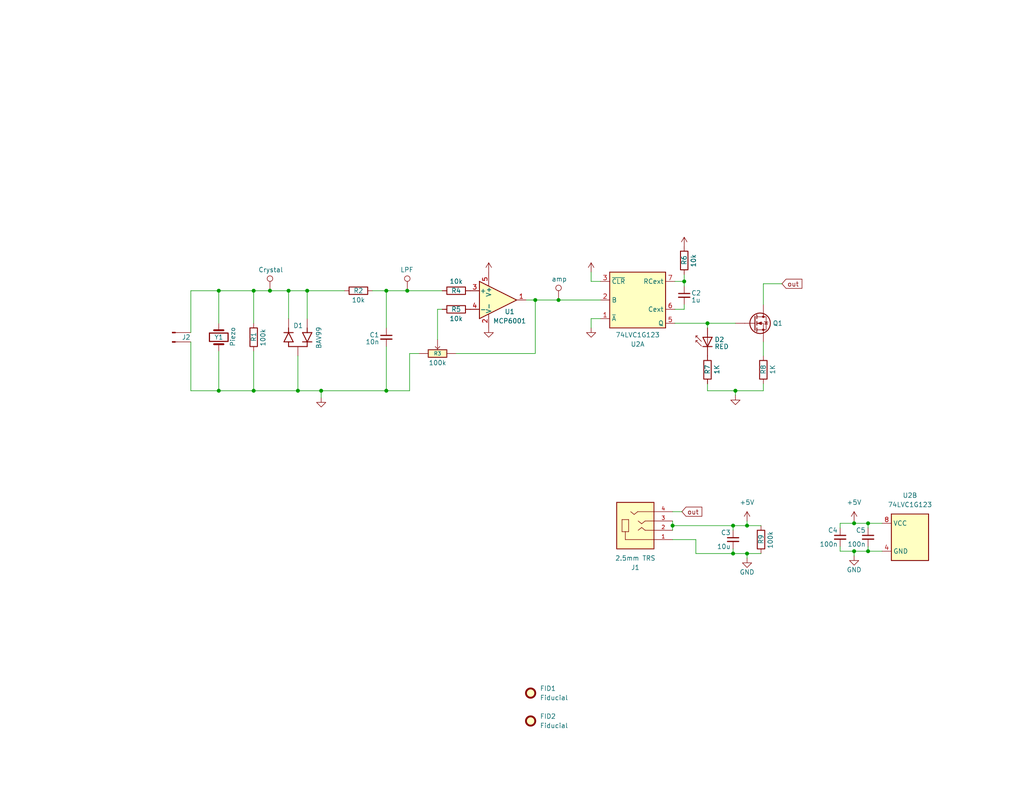
<source format=kicad_sch>
(kicad_sch (version 20230121) (generator eeschema)
  (paper "USLetter")
  (title_block (title "ShakeFinder - ReelSlow8 Vibration Sensor") (date "2023-11-02") (rev "v1") (comment 1 "See last paragraph of §4.1.2 in MCP6001 datasheet re: R4 & R5.  Vin+ goes below Vss.") (comment 3 "(R8 is just cheap over-current protection.)") (comment 4 "Output is open drain.  Use with ≥50k pull-up, like most MCUs have built-in."))
  (lib_symbols
    (symbol "Amplifier_Operational:MCP6001-OT" (pin_names (offset 0.127))
      (property "Reference" "U" (at -1.27 6.35 0))
      (property "Value" "MCP6001-OT" (at -1.27 3.81 0))
      (symbol "MCP6001-OT_0_1"
        (polyline (pts (xy -5.08 5.08) (xy 5.08 0) (xy -5.08 -5.08) (xy -5.08 5.08)) (stroke (width 0.254)) (fill (type background)))
        (pin power_in line (at -2.54 -7.62 90) (length 3.81) (name "V-") (number "2"))
        (pin power_in line (at -2.54 7.62 270) (length 3.81) (name "V+") (number "5"))
      )
      (symbol "MCP6001-OT_1_1"
        (pin output line (at 7.62 0 180) (length 2.54) (name "~") (number "1"))
        (pin input line (at -7.62 2.54 0) (length 2.54) (name "+") (number "3"))
        (pin input line (at -7.62 -2.54 0) (length 2.54) (name "-") (number "4"))
      )
    )
    (symbol "BAV99:BAV99" (pin_numbers hide) (pin_names (offset 1.016))
      (property "Reference" "D" (at -5.08 5.08 0))
      (property "Value" "BAV99" (at -5.08 -7.62 0))
      (symbol "BAV99_0_0"
        (polyline (pts (xy -2.54 2.54) (xy -1.27 2.54)) (stroke (width 0.254)))
        (polyline (pts (xy -1.27 -3.81) (xy -1.27 -2.54)) (stroke (width 0.254)))
        (polyline (pts (xy -1.27 -2.54) (xy -2.54 -2.54)) (stroke (width 0.254)))
        (polyline (pts (xy -1.27 -2.54) (xy -1.27 -1.27)) (stroke (width 0.254)))
        (polyline (pts (xy -1.27 -2.54) (xy 1.27 -3.81)) (stroke (width 0.254)))
        (polyline (pts (xy -1.27 1.27) (xy 1.27 2.54)) (stroke (width 0.254)))
        (polyline (pts (xy -1.27 2.54) (xy -1.27 1.27)) (stroke (width 0.254)))
        (polyline (pts (xy -1.27 3.81) (xy -1.27 2.54)) (stroke (width 0.254)))
        (polyline (pts (xy 1.27 -3.81) (xy 1.27 -2.54)) (stroke (width 0.254)))
        (polyline (pts (xy 1.27 -2.54) (xy 1.27 -1.27)) (stroke (width 0.254)))
        (polyline (pts (xy 1.27 -1.27) (xy -1.27 -2.54)) (stroke (width 0.254)))
        (polyline (pts (xy 1.27 2.54) (xy -1.27 3.81)) (stroke (width 0.254)))
        (polyline (pts (xy 1.27 2.54) (xy 1.27 1.27)) (stroke (width 0.254)))
        (polyline (pts (xy 1.27 2.54) (xy 2.54 2.54)) (stroke (width 0.254)))
        (polyline (pts (xy 1.27 3.81) (xy 1.27 2.54)) (stroke (width 0.254)))
        (polyline (pts (xy 2.54 -2.54) (xy 1.27 -2.54)) (stroke (width 0.254)))
        (polyline (pts (xy 2.54 2.54) (xy 2.54 -2.54)) (stroke (width 0.254)))
        (pin passive line (at -5.08 2.54 0) (length 2.54) (name "~") (number "1"))
        (pin passive line (at -5.08 -2.54 0) (length 2.54) (name "~") (number "2"))
        (pin passive line (at 5.08 0 180) (length 2.54) (name "~") (number "3"))
      )
    )
    (symbol "Bournes PTV09A4020UB104:PTV09A-4020U-B104" (pin_numbers hide)
      (property "Reference" "R" (at 7.62 6.35 0))
      (property "Value" "PTV09A-4020U-B104" (at 7.62 4.445 0))
      (symbol "PTV09A-4020U-B104_0_1"
        (polyline (pts (xy 4.445 1.905) (xy 5.08 1.27) (xy 5.715 1.905)))
      )
      (symbol "PTV09A-4020U-B104_1_1"
        (rectangle (start 2.54 1.016) (end 7.62 -1.016) (stroke (width 0.254)) (fill (type background)))
        (pin passive line (at 0 0 0) (length 2.54) (name "~") (number "1"))
        (pin passive line (at 5.08 3.81 270) (length 2.54) (name "~") (number "2"))
        (pin passive line (at 10.16 0 180) (length 2.54) (name "~") (number "3"))
      )
    )
    (symbol "Connector:Conn_01x02_Pin" (pin_numbers hide) (pin_names (offset 1.016) hide)
      (property "Reference" "J" (at 0 2.54 0))
      (property "Value" "Conn_01x02_Pin" (at 0 -5.08 0))
      (symbol "Conn_01x02_Pin_1_1"
        (polyline (pts (xy 1.27 -2.54) (xy 0.8636 -2.54)) (stroke (width 0.1524)))
        (polyline (pts (xy 1.27 0) (xy 0.8636 0)) (stroke (width 0.1524)))
        (rectangle (start 0.8636 -2.413) (end 0 -2.667) (stroke (width 0.1524)) (fill (type outline)))
        (rectangle (start 0.8636 0.127) (end 0 -0.127) (stroke (width 0.1524)) (fill (type outline)))
        (pin passive line (at 5.08 0 180) (length 3.81) (name "Pin_1") (number "1"))
        (pin passive line (at 5.08 -2.54 180) (length 3.81) (name "Pin_2") (number "2"))
      )
    )
    (symbol "Connector:TestPoint" (pin_numbers hide) (pin_names (offset 0.762) hide)
      (property "Reference" "TP" (at 0 6.858 0))
      (property "Value" "TestPoint" (at 0 5.08 0))
      (symbol "TestPoint_0_1"
        (circle (center 0 3.302) (radius 0.762))
      )
      (symbol "TestPoint_1_1"
        (pin passive line (at 0 0 90) (length 2.54) (name "1") (number "1"))
      )
    )
    (symbol "Device:C_Small" (pin_numbers hide) (pin_names (offset 0.254) hide)
      (property "Reference" "C" (at 0.254 1.778 0))
      (property "Value" "C_Small" (at 0.254 -2.032 0))
      (symbol "C_Small_0_1"
        (polyline (pts (xy -1.524 -0.508) (xy 1.524 -0.508)) (stroke (width 0.3302)))
        (polyline (pts (xy -1.524 0.508) (xy 1.524 0.508)) (stroke (width 0.3048)))
      )
      (symbol "C_Small_1_1"
        (pin passive line (at 0 2.54 270) (length 2.032) (name "~") (number "1"))
        (pin passive line (at 0 -2.54 90) (length 2.032) (name "~") (number "2"))
      )
    )
    (symbol "Device:Crystal" (pin_numbers hide) (pin_names (offset 1.016) hide)
      (property "Reference" "Y" (at 0 3.81 0))
      (property "Value" "Crystal" (at 0 -3.81 0))
      (symbol "Crystal_0_1"
        (rectangle (start -1.143 2.54) (end 1.143 -2.54) (stroke (width 0.3048)))
        (polyline (pts (xy -2.54 0) (xy -1.905 0)))
        (polyline (pts (xy -1.905 -1.27) (xy -1.905 1.27)) (stroke (width 0.508)))
        (polyline (pts (xy 1.905 -1.27) (xy 1.905 1.27)) (stroke (width 0.508)))
        (polyline (pts (xy 2.54 0) (xy 1.905 0)))
      )
      (symbol "Crystal_1_1"
        (pin passive line (at -3.81 0 0) (length 1.27) (name "1") (number "1"))
        (pin passive line (at 3.81 0 180) (length 1.27) (name "2") (number "2"))
      )
    )
    (symbol "Device:R" (pin_numbers hide) (pin_names (offset 0))
      (property "Reference" "R" (at 2.032 0 90))
      (property "Value" "R" (at 0 0 90))
      (symbol "R_0_1"
        (rectangle (start -1.016 -2.54) (end 1.016 2.54) (stroke (width 0.254)))
      )
      (symbol "R_1_1"
        (pin passive line (at 0 3.81 270) (length 1.27) (name "~") (number "1"))
        (pin passive line (at 0 -3.81 90) (length 1.27) (name "~") (number "2"))
      )
    )
    (symbol "LED:LD271" (pin_numbers hide) (pin_names (offset 1.016) hide)
      (property "Reference" "D" (at 0.508 1.778 0))
      (property "Value" "LD271" (at -1.016 -2.794 0))
      (symbol "LD271_0_1"
        (polyline (pts (xy -2.54 1.27) (xy -2.54 -1.27)) (stroke (width 0.254)))
        (polyline (pts (xy 0 0) (xy -2.54 0)))
        (polyline (pts (xy 0.381 3.175) (xy -0.127 3.175)))
        (polyline (pts (xy -1.143 1.651) (xy 0.381 3.175) (xy 0.381 2.667)))
        (polyline (pts (xy 0 -1.27) (xy -2.54 0) (xy 0 1.27) (xy 0 -1.27)) (stroke (width 0.254)))
        (polyline (pts (xy -2.413 1.651) (xy -0.889 3.175) (xy -0.889 2.667) (xy -0.889 3.175) (xy -1.397 3.175)))
      )
      (symbol "LD271_1_1"
        (pin passive line (at -5.08 0 0) (length 2.54) (name "K") (number "1"))
        (pin passive line (at 2.54 0 180) (length 2.54) (name "A") (number "2"))
      )
    )
    (symbol "Mechanical:Fiducial"
      (property "Reference" "FID" (at 0 5.08 0))
      (property "Value" "Fiducial" (at 0 3.175 0))
      (symbol "Fiducial_0_1"
        (circle (center 0 0) (radius 1.27) (stroke (width 0.508)) (fill (type background)))
      )
    )
    (symbol "SJ1-2503A:SJ1-2503A" (pin_names (offset 1.016) hide)
      (property "Reference" "J" (at -5.08 8.1534 0))
      (property "Value" "SJ1-2503A" (at -5.08 -7.112 0))
      (symbol "SJ1-2503A_0_0"
        (rectangle (start -5.08 -5.08) (end 5.08 7.62) (stroke (width 0.254)) (fill (type background)))
        (polyline (pts (xy -3.6322 -0.381) (xy -3.6322 2.921)) (stroke (width 0.1524)))
        (polyline (pts (xy -3.6322 2.921) (xy -2.7432 2.921)) (stroke (width 0.1524)))
        (polyline (pts (xy -2.7432 2.921) (xy -1.8288 2.921)) (stroke (width 0.1524)))
        (polyline (pts (xy -2.7432 5.08) (xy -2.7432 2.921)) (stroke (width 0.1524)))
        (polyline (pts (xy -1.8288 -0.381) (xy -3.6322 -0.381)) (stroke (width 0.1524)))
        (polyline (pts (xy -1.8288 2.921) (xy -1.8288 -0.381)) (stroke (width 0.1524)))
        (polyline (pts (xy -0.3302 -1.778) (xy -1.27 -2.54)) (stroke (width 0.1524)))
        (polyline (pts (xy 0.635 -2.54) (xy -0.3302 -1.778)) (stroke (width 0.1524)))
        (polyline (pts (xy 1.7272 0.762) (xy 0.762 0)) (stroke (width 0.1524)))
        (polyline (pts (xy 1.7272 1.778) (xy 0.762 2.54)) (stroke (width 0.1524)))
        (polyline (pts (xy 2.667 0) (xy 1.7272 0.762)) (stroke (width 0.1524)))
        (polyline (pts (xy 2.667 2.54) (xy 1.7272 1.778)) (stroke (width 0.1524)))
        (polyline (pts (xy 4.953 -2.54) (xy 0.635 -2.54)) (stroke (width 0.1524)))
        (polyline (pts (xy 4.953 0) (xy 2.667 0)) (stroke (width 0.1524)))
        (polyline (pts (xy 5.08 2.54) (xy 2.667 2.54)) (stroke (width 0.1524)))
        (polyline (pts (xy 5.08 5.08) (xy -2.7432 5.08)) (stroke (width 0.1524)))
        (pin passive line (at 10.16 5.08 180) (length 5.08) (name "~") (number "1"))
        (pin passive line (at 10.16 2.54 180) (length 5.08) (name "~") (number "2"))
        (pin passive line (at 10.16 0 180) (length 5.08) (name "~") (number "3"))
        (pin passive line (at 10.16 -2.54 180) (length 5.08) (name "~") (number "4"))
      )
    )
    (symbol "Transistor_FET:DMN2041L" (pin_numbers hide) (pin_names hide)
      (property "Reference" "Q" (at 5.08 1.905 0))
      (property "Value" "DMN2041L" (at 5.08 0 0))
      (symbol "DMN2041L_0_1"
        (polyline (pts (xy 0.254 0) (xy -2.54 0)))
        (polyline (pts (xy 0.254 1.905) (xy 0.254 -1.905)) (stroke (width 0.254)))
        (polyline (pts (xy 0.762 -1.27) (xy 0.762 -2.286)) (stroke (width 0.254)))
        (polyline (pts (xy 0.762 0.508) (xy 0.762 -0.508)) (stroke (width 0.254)))
        (polyline (pts (xy 0.762 2.286) (xy 0.762 1.27)) (stroke (width 0.254)))
        (polyline (pts (xy 2.54 2.54) (xy 2.54 1.778)))
        (polyline (pts (xy 2.54 -2.54) (xy 2.54 0) (xy 0.762 0)))
        (polyline (pts (xy 0.762 -1.778) (xy 3.302 -1.778) (xy 3.302 1.778) (xy 0.762 1.778)))
        (polyline (pts (xy 1.016 0) (xy 2.032 0.381) (xy 2.032 -0.381) (xy 1.016 0)) (fill (type outline)))
        (polyline (pts (xy 2.794 0.508) (xy 2.921 0.381) (xy 3.683 0.381) (xy 3.81 0.254)))
        (polyline (pts (xy 3.302 0.381) (xy 2.921 -0.254) (xy 3.683 -0.254) (xy 3.302 0.381)))
        (circle (center 1.651 0) (radius 2.794) (stroke (width 0.254)))
        (circle (center 2.54 -1.778) (radius 0.254) (fill (type outline)))
        (circle (center 2.54 1.778) (radius 0.254) (fill (type outline)))
      )
      (symbol "DMN2041L_1_1"
        (pin input line (at -5.08 0 0) (length 2.54) (name "G") (number "1"))
        (pin passive line (at 2.54 -5.08 90) (length 2.54) (name "S") (number "2"))
        (pin passive line (at 2.54 5.08 270) (length 2.54) (name "D") (number "3"))
      )
    )
    (symbol "npiegdon:74LVC1G123"
      (property "Reference" "U" (at 0 11.43 0))
      (property "Value" "74LVC1G123" (at -6.35 8.89 0))
      (symbol "74LVC1G123_1_1"
        (rectangle (start -7.62 7.62) (end 7.62 -7.62) (stroke (width 0.254)) (fill (type background)))
        (pin input line (at -10.16 -5.08 0) (length 2.54) (name "~{A}") (number "1"))
        (pin input line (at -10.16 0 0) (length 2.54) (name "B") (number "2"))
        (pin input line (at -10.16 5.08 0) (length 2.54) (name "~{CLR}") (number "3"))
        (pin output line (at 10.16 -6.35 180) (length 2.54) (name "Q") (number "5"))
        (pin input line (at 10.16 -2.54 180) (length 2.54) (name "Cext") (number "6"))
        (pin input line (at 10.16 5.08 180) (length 2.54) (name "RCext") (number "7"))
      )
      (symbol "74LVC1G123_2_1"
        (rectangle (start -5.08 6.35) (end 5.08 -6.35) (stroke (width 0.254)) (fill (type background)))
        (pin power_in line (at 7.62 -3.81 180) (length 2.54) (name "GND") (number "4"))
        (pin power_in line (at 7.62 3.81 180) (length 2.54) (name "VCC") (number "8"))
      )
    )
    (symbol "power:+5V" (power) (pin_names (offset 0))
      (property "Value" "+5V" (at 0 3.556 0))
      (symbol "+5V_0_1"
        (polyline (pts (xy -0.762 1.27) (xy 0 2.54)))
        (polyline (pts (xy 0 0) (xy 0 2.54)))
        (polyline (pts (xy 0 2.54) (xy 0.762 1.27)))
      )
      (symbol "+5V_1_1"
        (pin power_in line (at 0 0 90) (length 0) hide (name "+5V") (number "1"))
      )
    )
    (symbol "power:GND" (power) (pin_names (offset 0))
      (property "Value" "GND" (at 0 -3.81 0))
      (symbol "GND_0_1"
        (polyline (pts (xy 0 0) (xy 0 -1.27) (xy 1.27 -1.27) (xy 0 -2.54) (xy -1.27 -1.27) (xy 0 -1.27)))
      )
      (symbol "GND_1_1"
        (pin power_in line (at 0 0 270) (length 0) hide (name "GND") (number "1"))
      )
    )
  )
  (junction (at 152.4 81.915))
  (junction (at 69.215 106.68))
  (junction (at 111.125 79.375))
  (junction (at 186.69 76.835))
  (junction (at 146.05 81.915))
  (junction (at 236.855 142.875))
  (junction (at 203.835 151.13))
  (junction (at 59.69 106.68))
  (junction (at 87.63 106.68))
  (junction (at 200.66 106.68))
  (junction (at 203.835 143.51))
  (junction (at 233.045 142.875))
  (junction (at 233.045 150.495))
  (junction (at 183.515 143.51))
  (junction (at 81.28 106.68))
  (junction (at 193.04 88.265))
  (junction (at 200.025 143.51))
  (junction (at 69.215 79.375))
  (junction (at 105.41 79.375))
  (junction (at 73.66 79.375))
  (junction (at 236.855 150.495))
  (junction (at 83.82 79.375))
  (junction (at 78.74 79.375))
  (junction (at 59.69 79.375))
  (junction (at 200.025 151.13))
  (junction (at 105.41 106.68))
  (wire (pts (xy 105.41 106.68) (xy 105.41 94.615)))
  (wire (pts (xy 183.515 142.24) (xy 183.515 143.51)))
  (wire (pts (xy 236.855 142.875) (xy 240.665 142.875)))
  (wire (pts (xy 208.28 93.345) (xy 208.28 97.155)))
  (wire (pts (xy 236.855 150.495) (xy 240.665 150.495)))
  (wire (pts (xy 200.025 144.78) (xy 200.025 143.51)))
  (wire (pts (xy 233.045 142.875) (xy 233.045 142.24)))
  (wire (pts (xy 186.69 76.835) (xy 186.69 74.93)))
  (wire (pts (xy 124.46 96.52) (xy 146.05 96.52)))
  (wire (pts (xy 59.69 88.265) (xy 59.69 79.375)))
  (wire (pts (xy 161.29 76.835) (xy 161.29 74.295)))
  (wire (pts (xy 184.15 84.455) (xy 186.69 84.455)))
  (wire (pts (xy 183.515 143.51) (xy 200.025 143.51)))
  (wire (pts (xy 163.83 86.995) (xy 161.29 86.995)))
  (wire (pts (xy 81.28 97.155) (xy 81.28 106.68)))
  (wire (pts (xy 111.76 96.52) (xy 111.76 106.68)))
  (wire (pts (xy 200.66 106.68) (xy 208.28 106.68)))
  (wire (pts (xy 233.045 142.875) (xy 236.855 142.875)))
  (wire (pts (xy 229.235 149.225) (xy 229.235 150.495)))
  (wire (pts (xy 200.025 149.86) (xy 200.025 151.13)))
  (wire (pts (xy 83.82 86.995) (xy 83.82 79.375)))
  (wire (pts (xy 203.835 152.4) (xy 203.835 151.13)))
  (wire (pts (xy 193.04 88.265) (xy 200.66 88.265)))
  (wire (pts (xy 111.76 106.68) (xy 105.41 106.68)))
  (wire (pts (xy 229.235 142.875) (xy 233.045 142.875)))
  (wire (pts (xy 81.28 106.68) (xy 87.63 106.68)))
  (wire (pts (xy 59.69 95.885) (xy 59.69 106.68)))
  (wire (pts (xy 200.66 106.68) (xy 200.66 107.95)))
  (wire (pts (xy 184.15 76.835) (xy 186.69 76.835)))
  (wire (pts (xy 208.28 83.185) (xy 208.28 77.47)))
  (wire (pts (xy 52.07 106.68) (xy 59.69 106.68)))
  (wire (pts (xy 203.835 143.51) (xy 200.025 143.51)))
  (wire (pts (xy 69.215 95.885) (xy 69.215 106.68)))
  (wire (pts (xy 69.215 106.68) (xy 81.28 106.68)))
  (wire (pts (xy 73.66 79.375) (xy 78.74 79.375)))
  (wire (pts (xy 203.835 143.51) (xy 203.835 142.24)))
  (wire (pts (xy 236.855 142.875) (xy 236.855 144.145)))
  (wire (pts (xy 203.835 143.51) (xy 207.645 143.51)))
  (wire (pts (xy 87.63 108.585) (xy 87.63 106.68)))
  (wire (pts (xy 119.38 84.455) (xy 120.65 84.455)))
  (wire (pts (xy 105.41 79.375) (xy 111.125 79.375)))
  (wire (pts (xy 152.4 81.915) (xy 163.83 81.915)))
  (wire (pts (xy 52.07 90.805) (xy 52.07 79.375)))
  (wire (pts (xy 111.125 79.375) (xy 120.65 79.375)))
  (wire (pts (xy 87.63 106.68) (xy 105.41 106.68)))
  (wire (pts (xy 52.07 93.345) (xy 52.07 106.68)))
  (wire (pts (xy 83.82 79.375) (xy 93.98 79.375)))
  (wire (pts (xy 193.04 106.68) (xy 200.66 106.68)))
  (wire (pts (xy 183.515 139.7) (xy 186.055 139.7)))
  (wire (pts (xy 233.045 150.495) (xy 236.855 150.495)))
  (wire (pts (xy 69.215 88.265) (xy 69.215 79.375)))
  (wire (pts (xy 184.15 88.265) (xy 193.04 88.265)))
  (wire (pts (xy 146.05 81.915) (xy 152.4 81.915)))
  (wire (pts (xy 119.38 84.455) (xy 119.38 92.71)))
  (wire (pts (xy 189.865 147.32) (xy 189.865 151.13)))
  (wire (pts (xy 186.69 84.455) (xy 186.69 83.185)))
  (wire (pts (xy 143.51 81.915) (xy 146.05 81.915)))
  (wire (pts (xy 236.855 149.225) (xy 236.855 150.495)))
  (wire (pts (xy 186.69 76.835) (xy 186.69 78.105)))
  (wire (pts (xy 111.76 96.52) (xy 114.3 96.52)))
  (wire (pts (xy 233.045 151.765) (xy 233.045 150.495)))
  (wire (pts (xy 208.28 77.47) (xy 213.36 77.47)))
  (wire (pts (xy 189.865 151.13) (xy 200.025 151.13)))
  (wire (pts (xy 229.235 150.495) (xy 233.045 150.495)))
  (wire (pts (xy 78.74 86.995) (xy 78.74 79.375)))
  (wire (pts (xy 193.04 104.775) (xy 193.04 106.68)))
  (wire (pts (xy 146.05 96.52) (xy 146.05 81.915)))
  (wire (pts (xy 59.69 79.375) (xy 69.215 79.375)))
  (wire (pts (xy 193.04 89.535) (xy 193.04 88.265)))
  (wire (pts (xy 183.515 143.51) (xy 183.515 144.78)))
  (wire (pts (xy 69.215 79.375) (xy 73.66 79.375)))
  (wire (pts (xy 200.025 151.13) (xy 203.835 151.13)))
  (wire (pts (xy 163.83 76.835) (xy 161.29 76.835)))
  (wire (pts (xy 183.515 147.32) (xy 189.865 147.32)))
  (wire (pts (xy 52.07 79.375) (xy 59.69 79.375)))
  (wire (pts (xy 208.28 106.68) (xy 208.28 104.775)))
  (wire (pts (xy 161.29 86.995) (xy 161.29 89.535)))
  (wire (pts (xy 78.74 79.375) (xy 83.82 79.375)))
  (wire (pts (xy 105.41 89.535) (xy 105.41 79.375)))
  (wire (pts (xy 229.235 144.145) (xy 229.235 142.875)))
  (wire (pts (xy 101.6 79.375) (xy 105.41 79.375)))
  (wire (pts (xy 59.69 106.68) (xy 69.215 106.68)))
  (wire (pts (xy 207.645 151.13) (xy 203.835 151.13)))
  (global_label "out" (shape input) (at 213.36 77.47 0) (property "Intersheetrefs" "${INTERSHEET_REFS}" (effects hide)))
  (global_label "out" (shape input) (at 186.055 139.7 0) (property "Intersheetrefs" "${INTERSHEET_REFS}" (effects hide)))
  (symbol (lib_id "Device:R") (at 186.69 71.12 0) (unit 1)
    (property "Reference" "R6" (at 186.69 72.39 90) (effects (justify left)))
    (property "Value" "10k" (at 189.23 73.025 90) (effects (justify left)))
    (property "Footprint" "Resistor_SMD:R_0805_2012Metric" (effects hide))
  )
  (symbol (lib_id "Device:R") (at 208.28 100.965 0) (unit 1)
    (property "Reference" "R8" (at 208.28 102.235 90) (effects (justify left)))
    (property "Value" "1K" (at 210.82 102.2349 90) (effects (justify left)))
    (property "Footprint" "Resistor_SMD:R_0805_2012Metric" (effects hide))
  )
  (symbol (lib_id "Mechanical:Fiducial") (at 144.78 189.23 0) (unit 1)
    (property "Reference" "FID1" (at 147.32 187.9599 0) (effects (justify left)))
    (property "Value" "Fiducial" (at 147.32 190.4999 0) (effects (justify left)))
    (property "Footprint" "Fiducial:Fiducial_1mm_Mask2mm" (effects hide))
  )
  (symbol (lib_id "Bournes PTV09A4020UB104:PTV09A-4020U-B104") (at 114.3 96.52 0) (unit 1)
    (property "Reference" "R3" (at 119.38 96.52 0) (effects (font (size 1 1))))
    (property "Value" "100k" (at 119.38 99.06 0))
    (property "Footprint" "KiCad Libraries:Bournes PTV09A4020UB104" (effects hide))
    (property "Datasheet" "http://uk.rs-online.com/web/p/products/7377827" (effects hide))
    (property "Manufacturer_Name" "Bourns" (effects hide))
    (property "Manufacturer_Part_Number" "PTV09A-4015U-A104" (effects hide))
    (property "Mouser Part Number" "652-PTV09A4015U-A104" (effects hide))
    (property "Arrow Part Number" "PTV09A-4015U-A104" (effects hide))
  )
  (symbol (lib_id "Device:R") (at 124.46 79.375 90) (unit 1)
    (property "Reference" "R4" (at 124.46 79.375 90))
    (property "Value" "10k" (at 124.46 76.835 90))
    (property "Footprint" "Resistor_SMD:R_0805_2012Metric" (effects hide))
  )
  (symbol (lib_id "power:GND") (at 87.63 108.585 0) (unit 1)
    (property "Reference" "#PWR01" (effects hide))
    (property "Value" "GND" (effects hide))
  )
  (symbol (lib_id "Mechanical:Fiducial") (at 144.78 196.85 0) (unit 1)
    (property "Reference" "FID2" (at 147.32 195.5799 0) (effects (justify left)))
    (property "Value" "Fiducial" (at 147.32 198.1199 0) (effects (justify left)))
    (property "Footprint" "Fiducial:Fiducial_1mm_Mask2mm" (effects hide))
  )
  (symbol (lib_id "SJ1-2503A:SJ1-2503A") (at 173.355 142.24 0) (mirror x) (unit 1)
    (property "Reference" "J1" (at 173.355 154.94 0))
    (property "Value" "2.5mm TRS" (at 173.355 152.4 0))
    (property "Footprint" "KiCad Libraries:CUI_SJ1-2503A" (effects hide))
    (property "MANUFACTURER" "CUI INC" (effects hide))
    (property "REV" "B" (effects hide))
    (property "STANDARD" "Manufacturer Recommendation" (effects hide))
  )
  (symbol (lib_id "Device:C_Small") (at 236.855 146.685 0) (unit 1)
    (property "Reference" "C5" (at 236.22 144.78 0) (effects (justify right)))
    (property "Value" "100n" (at 236.22 148.59 0) (effects (justify right)))
    (property "Footprint" "Capacitor_SMD:C_0603_1608Metric" (effects hide))
  )
  (symbol (lib_id "power:+5V") (at 186.69 67.31 0) (unit 1)
    (property "Reference" "#PWR06" (effects hide))
    (property "Value" "+5V" (effects hide))
  )
  (symbol (lib_id "power:+5V") (at 233.045 142.24 0) (unit 1)
    (property "Reference" "#PWR010" (effects hide))
    (property "Value" "+5V" (at 233.045 137.16 0))
  )
  (symbol (lib_id "Device:Crystal") (at 59.69 92.075 270) (unit 1)
    (property "Reference" "Y1" (at 60.96 92.075 90) (effects (justify right)))
    (property "Value" "Piezo" (at 63.5 94.615 0) (effects (justify right)))
    (property "Footprint" "KiCad Libraries:Molex_PicoBlade_53048-0210_1x02_P1.25mm_Horizontal" (effects hide))
  )
  (symbol (lib_id "Connector:Conn_01x02_Pin") (at 46.99 90.805 0) (unit 1)
    (property "Reference" "J2" (at 50.8 92.075 0))
    (property "Value" "Conn_01x02_Pin" (effects hide))
    (property "Footprint" "Connector_PinHeader_2.54mm:PinHeader_1x02_P2.54mm_Vertical" (effects hide))
  )
  (symbol (lib_id "Device:C_Small") (at 200.025 147.32 0) (unit 1)
    (property "Reference" "C3" (at 199.39 145.415 0) (effects (justify right)))
    (property "Value" "10u" (at 199.39 149.225 0) (effects (justify right)))
    (property "Footprint" "Capacitor_SMD:C_1206_3216Metric" (effects hide))
  )
  (symbol (lib_id "Connector:TestPoint") (at 152.4 81.915 0) (unit 1)
    (property "Reference" "TP3" (effects hide))
    (property "Value" "amp" (at 150.495 76.2 0) (effects (justify left)))
    (property "Footprint" "TestPoint:TestPoint_Bridge_Pitch2.54mm_Drill1.3mm" (effects hide))
  )
  (symbol (lib_id "Amplifier_Operational:MCP6001-OT") (at 135.89 81.915 0) (unit 1)
    (property "Reference" "U1" (at 139.065 85.09 0))
    (property "Value" "MCP6001" (at 139.065 87.63 0))
    (property "Footprint" "Package_TO_SOT_SMD:SOT-23-5" (effects hide))
    (property "Datasheet" "http://ww1.microchip.com/downloads/en/DeviceDoc/21733j.pdf" (effects hide))
  )
  (symbol (lib_id "Device:C_Small") (at 229.235 146.685 0) (unit 1)
    (property "Reference" "C4" (at 228.6 144.78 0) (effects (justify right)))
    (property "Value" "100n" (at 228.6 148.59 0) (effects (justify right)))
    (property "Footprint" "Capacitor_SMD:C_0603_1608Metric" (effects hide))
  )
  (symbol (lib_id "power:GND") (at 200.66 107.95 0) (unit 1)
    (property "Reference" "#PWR07" (effects hide))
    (property "Value" "GND" (effects hide))
  )
  (symbol (lib_id "power:+5V") (at 161.29 74.295 0) (unit 1)
    (property "Reference" "#PWR04" (effects hide))
    (property "Value" "+5V" (effects hide))
  )
  (symbol (lib_id "Transistor_FET:DMN2041L") (at 205.74 88.265 0) (unit 1)
    (property "Reference" "Q1" (at 210.82 88.265 0) (effects (justify left)))
    (property "Value" "AOSS32136C" (effects hide))
    (property "Footprint" "Package_TO_SOT_SMD:SOT-23" (effects hide))
    (property "Datasheet" "https://www.diodes.com/assets/Datasheets/products_inactive_data/DMN2041L.pdf" (effects hide))
  )
  (symbol (lib_id "Device:C_Small") (at 105.41 92.075 0) (unit 1)
    (property "Reference" "C1" (at 103.505 91.44 0) (effects (justify right)))
    (property "Value" "10n" (at 103.505 93.345 0) (effects (justify right)))
    (property "Footprint" "Capacitor_SMD:C_0603_1608Metric" (effects hide))
  )
  (symbol (lib_id "Device:R") (at 124.46 84.455 90) (unit 1)
    (property "Reference" "R5" (at 124.46 84.455 90))
    (property "Value" "10k" (at 124.46 86.995 90))
    (property "Footprint" "Resistor_SMD:R_0805_2012Metric" (effects hide))
  )
  (symbol (lib_id "power:GND") (at 133.35 89.535 0) (unit 1)
    (property "Reference" "#PWR03" (effects hide))
    (property "Value" "GND" (effects hide))
  )
  (symbol (lib_id "npiegdon:74LVC1G123") (at 173.99 81.915 0) (unit 1)
    (property "Reference" "U2" (at 173.99 93.98 0))
    (property "Value" "74LVC1G123" (at 173.99 91.44 0))
    (property "Footprint" "Package_SO:SSOP-8_2.95x2.8mm_P0.65mm" (effects hide))
    (property "Datasheet" "http://www.ti.com/lit/ds/symlink/sn74lvc1g123.pdf" (effects hide))
  )
  (symbol (lib_id "Device:R") (at 193.04 100.965 0) (unit 1)
    (property "Reference" "R7" (at 193.04 102.235 90) (effects (justify left)))
    (property "Value" "1K" (at 195.58 102.2349 90) (effects (justify left)))
    (property "Footprint" "Resistor_SMD:R_0805_2012Metric" (effects hide))
  )
  (symbol (lib_id "LED:LD271") (at 193.04 92.075 90) (unit 1)
    (property "Reference" "D2" (at 194.945 92.71 90) (effects (justify right)))
    (property "Value" "RED" (at 194.945 94.615 90) (effects (justify right)))
    (property "Footprint" "LED_THT:LED_D5.0mm_IRGrey" (effects hide))
    (property "Datasheet" "http://www.alliedelec.com/m/d/40788c34903a719969df15f1fbea1056.pdf" (effects hide))
  )
  (symbol (lib_id "npiegdon:74LVC1G123") (at 248.285 146.685 0) (mirror y) (unit 2)
    (property "Reference" "U2" (at 248.285 135.255 0))
    (property "Value" "74LVC1G123" (at 248.285 137.795 0))
    (property "Footprint" "Package_SO:SSOP-8_2.95x2.8mm_P0.65mm" (effects hide))
    (property "Datasheet" "http://www.ti.com/lit/ds/symlink/sn74lvc1g123.pdf" (effects hide))
  )
  (symbol (lib_id "Connector:TestPoint") (at 111.125 79.375 0) (unit 1)
    (property "Reference" "TP2" (effects hide))
    (property "Value" "LPF" (at 109.22 73.66 0) (effects (justify left)))
    (property "Footprint" "TestPoint:TestPoint_Bridge_Pitch2.54mm_Drill1.3mm" (effects hide))
  )
  (symbol (lib_id "BAV99:BAV99") (at 81.28 92.075 270) (unit 1)
    (property "Reference" "D1" (at 80.01 88.9 90) (effects (justify left)))
    (property "Value" "BAV99" (at 86.995 95.25 0) (effects (justify right)))
    (property "Footprint" "KiCad Libraries:DIO_BAV99" (effects hide))
    (property "SnapEDA_Link" "https://www.snapeda.com/parts/BAV99/Onsemi/view-part/?ref=snap" (effects hide))
    (property "MAXIMUM_PACKAGE_HEIGHT" "1.2 mm" (effects hide))
    (property "Package" "None" (effects hide))
    (property "Check_prices" "https://www.snapeda.com/parts/BAV99/Onsemi/view-part/?ref=eda" (effects hide))
    (property "STANDARD" "Manufacturer Recommendations" (effects hide))
    (property "PARTREV" "1.1.0" (effects hide))
    (property "MF" "onsemi" (effects hide))
    (property "MP" "BAV99" (effects hide))
    (property "Description" "\nRectifier Diode Small Signal Switching 100V 0.215A 6ns 3-Pin SOT-23 T/R\n" (effects hide))
    (property "MANUFACTURER" "On Semi" (effects hide))
    (property "SNAPEDA_PN" "BAV99" (effects hide))
  )
  (symbol (lib_id "Device:R") (at 97.79 79.375 90) (unit 1)
    (property "Reference" "R2" (at 97.79 79.375 90))
    (property "Value" "10k" (at 97.79 81.915 90))
    (property "Footprint" "Resistor_SMD:R_0805_2012Metric" (effects hide))
  )
  (symbol (lib_id "Device:C_Small") (at 186.69 80.645 0) (unit 1)
    (property "Reference" "C2" (at 188.595 80.01 0) (effects (justify left)))
    (property "Value" "1u" (at 188.595 81.915 0) (effects (justify left)))
    (property "Footprint" "Capacitor_SMD:C_0603_1608Metric" (effects hide))
  )
  (symbol (lib_id "power:GND") (at 203.835 152.4 0) (unit 1)
    (property "Reference" "#PWR09" (effects hide))
    (property "Value" "GND" (at 203.835 156.21 0))
  )
  (symbol (lib_id "power:+5V") (at 203.835 142.24 0) (unit 1)
    (property "Reference" "#PWR08" (effects hide))
    (property "Value" "+5V" (at 203.835 137.16 0))
  )
  (symbol (lib_id "Device:R") (at 207.645 147.32 0) (unit 1)
    (property "Reference" "R9" (at 207.645 148.59 90) (effects (justify left)))
    (property "Value" "100k" (at 210.185 149.86 90) (effects (justify left)))
    (property "Footprint" "Resistor_SMD:R_0805_2012Metric" (effects hide))
  )
  (symbol (lib_id "power:GND") (at 233.045 151.765 0) (unit 1)
    (property "Reference" "#PWR011" (effects hide))
    (property "Value" "GND" (at 233.045 155.575 0))
  )
  (symbol (lib_id "power:+5V") (at 133.35 74.295 0) (unit 1)
    (property "Reference" "#PWR02" (effects hide))
    (property "Value" "+5V" (effects hide))
  )
  (symbol (lib_id "Device:R") (at 69.215 92.075 0) (unit 1)
    (property "Reference" "R1" (at 69.215 93.345 90) (effects (justify left)))
    (property "Value" "100k" (at 71.755 94.615 90) (effects (justify left)))
    (property "Footprint" "Resistor_SMD:R_0805_2012Metric" (effects hide))
  )
  (symbol (lib_id "Connector:TestPoint") (at 73.66 79.375 0) (unit 1)
    (property "Reference" "TP1" (effects hide))
    (property "Value" "Crystal" (at 70.485 73.66 0) (effects (justify left)))
    (property "Footprint" "TestPoint:TestPoint_Bridge_Pitch2.54mm_Drill1.3mm" (effects hide))
  )
  (symbol (lib_id "power:GND") (at 161.29 89.535 0) (unit 1)
    (property "Reference" "#PWR05" (effects hide))
    (property "Value" "GND" (effects hide))
  )
)
</source>
